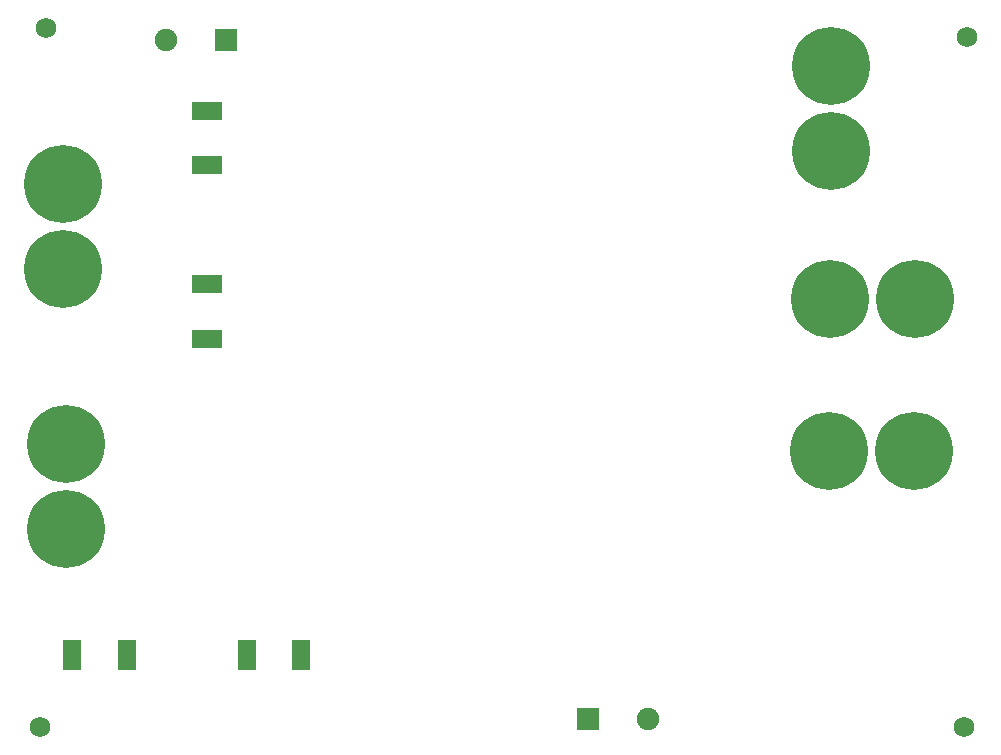
<source format=gbs>
G04*
G04 #@! TF.GenerationSoftware,Altium Limited,Altium Designer,20.0.12 (288)*
G04*
G04 Layer_Color=16711935*
%FSLAX25Y25*%
%MOIN*%
G70*
G01*
G75*
%ADD38C,0.25997*%
%ADD39R,0.10249X0.06312*%
%ADD40R,0.06312X0.10249*%
%ADD41R,0.07493X0.07493*%
%ADD42C,0.07493*%
%ADD43C,0.06800*%
D38*
X277000Y104500D02*
D03*
X305346D02*
D03*
X277500Y204500D02*
D03*
Y232846D02*
D03*
X22500Y78500D02*
D03*
Y106846D02*
D03*
X21500Y165000D02*
D03*
Y193347D02*
D03*
X277217Y155000D02*
D03*
X305563D02*
D03*
D39*
X69500Y199764D02*
D03*
X69520Y217874D02*
D03*
X69500Y160000D02*
D03*
X69520Y141693D02*
D03*
D40*
X82764Y36500D02*
D03*
X100874Y36480D02*
D03*
X43000Y36500D02*
D03*
X24693Y36480D02*
D03*
D41*
X196500Y15000D02*
D03*
X76000Y241500D02*
D03*
D42*
X216500Y15000D02*
D03*
X56000Y241500D02*
D03*
D43*
X323000Y242500D02*
D03*
X322000Y12500D02*
D03*
X14000D02*
D03*
X16000Y245500D02*
D03*
M02*

</source>
